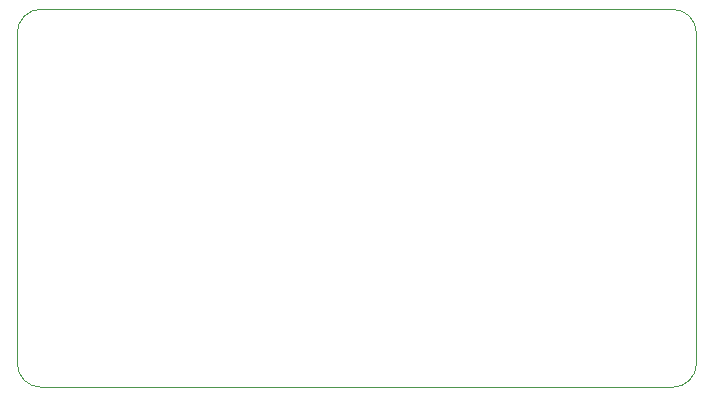
<source format=gm1>
G04 #@! TF.GenerationSoftware,KiCad,Pcbnew,8.0.8-8.0.8-0~ubuntu22.04.1*
G04 #@! TF.CreationDate,2025-01-23T22:17:41+01:00*
G04 #@! TF.ProjectId,glm5va,676c6d35-7661-42e6-9b69-6361645f7063,v1.0*
G04 #@! TF.SameCoordinates,Original*
G04 #@! TF.FileFunction,Profile,NP*
%FSLAX46Y46*%
G04 Gerber Fmt 4.6, Leading zero omitted, Abs format (unit mm)*
G04 Created by KiCad (PCBNEW 8.0.8-8.0.8-0~ubuntu22.04.1) date 2025-01-23 22:17:41*
%MOMM*%
%LPD*%
G01*
G04 APERTURE LIST*
G04 #@! TA.AperFunction,Profile*
%ADD10C,0.050000*%
G04 #@! TD*
G04 APERTURE END LIST*
D10*
X118500000Y-69500000D02*
X172000000Y-69500000D01*
X116500000Y-99500000D02*
X116500000Y-71500000D01*
X172000000Y-69500000D02*
G75*
G02*
X174000000Y-71500000I0J-2000000D01*
G01*
X174000000Y-71500000D02*
X174000000Y-99500000D01*
X118500000Y-101500000D02*
G75*
G02*
X116500000Y-99500000I0J2000000D01*
G01*
X174000000Y-99500000D02*
G75*
G02*
X172000000Y-101500000I-2000000J0D01*
G01*
X116500000Y-71500000D02*
G75*
G02*
X118500000Y-69500000I2000000J0D01*
G01*
X172000000Y-101500000D02*
X118500000Y-101500000D01*
M02*

</source>
